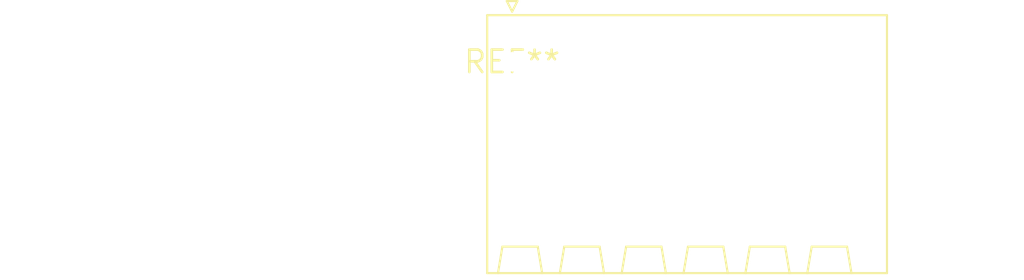
<source format=kicad_pcb>
(kicad_pcb (version 20240108) (generator pcbnew)
  (layers (0 "F.Cu" signal) (31 "B.Cu" signal) (34 "B.Paste" user) (35 "F.Paste" user) (36 "B.SilkS" user "B.Silkscreen") (37 "F.SilkS" user "F.Silkscreen") (38 "B.Mask" user) (39 "F.Mask" user) (44 "Edge.Cuts" user))
  (net 0 "")
  (footprint "PhoenixContact_SPT_1.5_6-H-3.5_1x06_P3.5mm_Horizontal" (layer "F.Cu") (at 0 0)
    (property "Reference" "REF**")
    (property "Value" "PhoenixContact_SPT_1.5_6-H-3.5_1x06_P3.5mm_Horizontal")
    (fp_line (start -1.41 -2.64) (end 21.21 -2.64) (layer "F.SilkS") (stroke (width 0.12)))
    (fp_line (start -1.41 11.98) (end -1.41 -2.64) (layer "F.SilkS") (stroke (width 0.12)))
    (fp_line (start -0.8 11.98) (end -0.55 10.48) (layer "F.SilkS") (stroke (width 0.12)))
    (fp_line (start -0.55 10.48) (end 1.45 10.48) (layer "F.SilkS") (stroke (width 0.12)))
    (fp_line (start -0.3 -3.44) (end 0 -2.84) (layer "F.SilkS") (stroke (width 0.12)))
    (fp_line (start -0.3 -3.44) (end 0.3 -3.44) (layer "F.SilkS") (stroke (width 0.12)))
    (fp_line (start 0.3 -3.44) (end 0 -2.84) (layer "F.SilkS") (stroke (width 0.12)))
    (fp_line (start 1.7 11.98) (end 1.45 10.48) (layer "F.SilkS") (stroke (width 0.12)))
    (fp_line (start 2.7 11.98) (end 2.95 10.48) (layer "F.SilkS") (stroke (width 0.12)))
    (fp_line (start 2.95 10.48) (end 4.95 10.48) (layer "F.SilkS") (stroke (width 0.12)))
    (fp_line (start 5.2 11.98) (end 4.95 10.48) (layer "F.SilkS") (stroke (width 0.12)))
    (fp_line (start 6.2 11.98) (end 6.45 10.48) (layer "F.SilkS") (stroke (width 0.12)))
    (fp_line (start 6.45 10.48) (end 8.45 10.48) (layer "F.SilkS") (stroke (width 0.12)))
    (fp_line (start 8.7 11.98) (end 8.45 10.48) (layer "F.SilkS") (stroke (width 0.12)))
    (fp_line (start 9.7 11.98) (end 9.95 10.48) (layer "F.SilkS") (stroke (width 0.12)))
    (fp_line (start 9.95 10.48) (end 11.95 10.48) (layer "F.SilkS") (stroke (width 0.12)))
    (fp_line (start 12.2 11.98) (end 11.95 10.48) (layer "F.SilkS") (stroke (width 0.12)))
    (fp_line (start 13.2 11.98) (end 13.45 10.48) (layer "F.SilkS") (stroke (width 0.12)))
    (fp_line (start 13.45 10.48) (end 15.45 10.48) (layer "F.SilkS") (stroke (width 0.12)))
    (fp_line (start 15.7 11.98) (end 15.45 10.48) (layer "F.SilkS") (stroke (width 0.12)))
    (fp_line (start 16.7 11.98) (end 16.95 10.48) (layer "F.SilkS") (stroke (width 0.12)))
    (fp_line (start 16.95 10.48) (end 18.95 10.48) (layer "F.SilkS") (stroke (width 0.12)))
    (fp_line (start 19.2 11.98) (end 18.95 10.48) (layer "F.SilkS") (stroke (width 0.12)))
    (fp_line (start 21.21 -2.64) (end 21.21 11.98) (layer "F.SilkS") (stroke (width 0.12)))
    (fp_line (start 21.21 11.98) (end -1.41 11.98) (layer "F.SilkS") (stroke (width 0.12)))
    (pad "1" thru_hole roundrect (at 0 0) (size 1.8 3.3) (drill 1.1) (layers *.Cu *.Mask) (remove_unused_layers) (roundrect_rratio 0.138889))
    (pad "1" thru_hole roundrect (at 0 8.2) (size 1.8 3.3) (drill 1.1) (layers *.Cu *.Mask) (remove_unused_layers) (roundrect_rratio 0.138889))
    (pad "2" thru_hole oval (at 3.5 0) (size 1.8 3.3) (drill 1.1) (layers *.Cu *.Mask) (remove_unused_layers))
    (pad "2" thru_hole oval (at 3.5 8.2) (size 1.8 3.3) (drill 1.1) (layers *.Cu *.Mask) (remove_unused_layers))
    (pad "3" thru_hole oval (at 7 0) (size 1.8 3.3) (drill 1.1) (layers *.Cu *.Mask) (remove_unused_layers))
    (pad "3" thru_hole oval (at 7 8.2) (size 1.8 3.3) (drill 1.1) (layers *.Cu *.Mask) (remove_unused_layers))
    (pad "4" thru_hole oval (at 10.5 0) (size 1.8 3.3) (drill 1.1) (layers *.Cu *.Mask) (remove_unused_layers))
    (pad "4" thru_hole oval (at 10.5 8.2) (size 1.8 3.3) (drill 1.1) (layers *.Cu *.Mask) (remove_unused_layers))
    (pad "5" thru_hole oval (at 14 0) (size 1.8 3.3) (drill 1.1) (layers *.Cu *.Mask) (remove_unused_layers))
    (pad "5" thru_hole oval (at 14 8.2) (size 1.8 3.3) (drill 1.1) (layers *.Cu *.Mask) (remove_unused_layers))
    (pad "6" thru_hole oval (at 17.5 0) (size 1.8 3.3) (drill 1.1) (layers *.Cu *.Mask) (remove_unused_layers))
    (pad "6" thru_hole oval (at 17.5 8.2) (size 1.8 3.3) (drill 1.1) (layers *.Cu *.Mask) (remove_unused_layers))
  )
)
</source>
